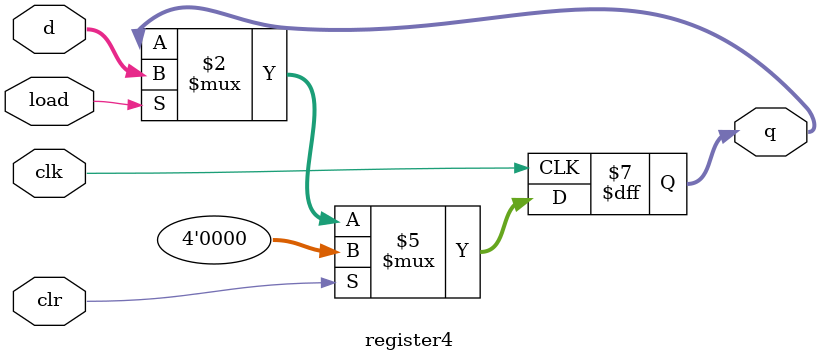
<source format=v>
/* 4位寄存器 */

module register4 (
    input load, // 加载
    input clr, // 清零
    input clk, // 时钟
    input [3:0] d, // 数据输入
    output reg [3:0] q // 数据输出
);
    always @(posedge clk) begin
        if (clr) begin
            q <= 0;
        end
        else if (load) begin
            q <= d;
        end
    end
endmodule

</source>
